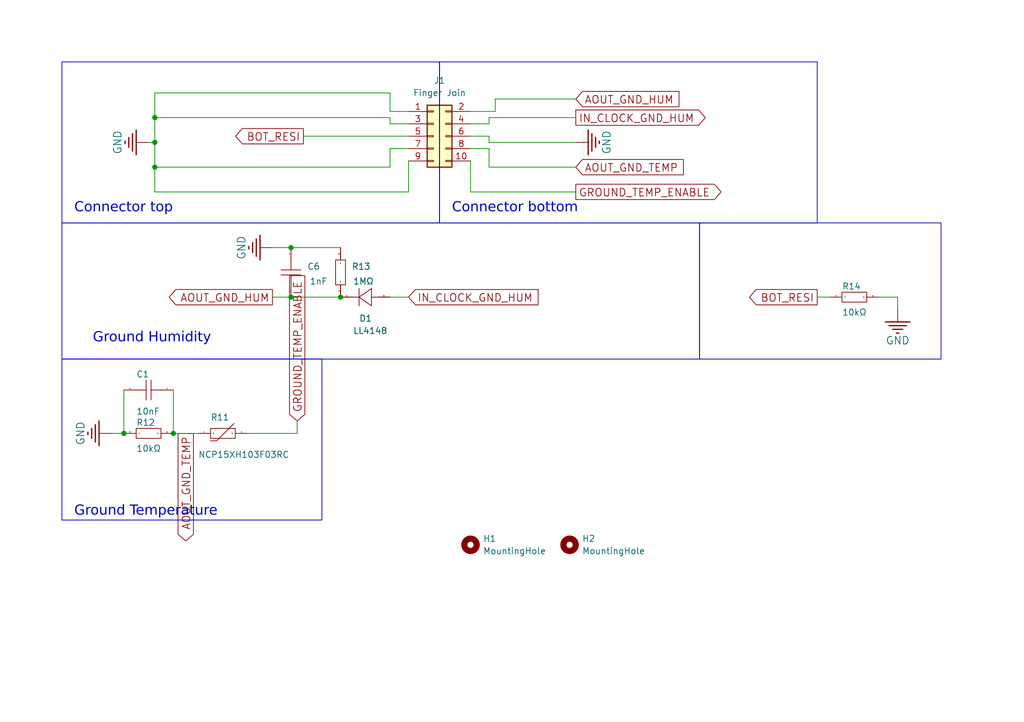
<source format=kicad_sch>
(kicad_sch (version 20250114) (generator "eeschema") (generator_version "9.0")
  (paper "User" 210.058 148.082)
  (lib_symbols
    (symbol "Connector_Generic:Conn_02x05_Odd_Even" (pin_names (offset 1.016) (hide yes))
      (property "Reference" "J" (at 1.27 7.62 0))
      (property "Value" "Conn_02x05_Odd_Even" (at 1.27 -7.62 0))
      (symbol "Conn_02x05_Odd_Even_1_1"
        (rectangle (start -1.27 6.35) (end 3.81 -6.35) (stroke (width 0.254)) (fill (type background)))
        (rectangle (start -1.27 5.207) (end 0 4.953) (stroke (width 0.1524)))
        (rectangle (start -1.27 2.667) (end 0 2.413) (stroke (width 0.1524)))
        (rectangle (start -1.27 0.127) (end 0 -0.127) (stroke (width 0.1524)))
        (rectangle (start -1.27 -2.413) (end 0 -2.667) (stroke (width 0.1524)))
        (rectangle (start -1.27 -4.953) (end 0 -5.207) (stroke (width 0.1524)))
        (rectangle (start 3.81 5.207) (end 2.54 4.953) (stroke (width 0.1524)))
        (rectangle (start 3.81 2.667) (end 2.54 2.413) (stroke (width 0.1524)))
        (rectangle (start 3.81 0.127) (end 2.54 -0.127) (stroke (width 0.1524)))
        (rectangle (start 3.81 -2.413) (end 2.54 -2.667) (stroke (width 0.1524)))
        (rectangle (start 3.81 -4.953) (end 2.54 -5.207) (stroke (width 0.1524)))
        (pin passive line (at -5.08 5.08 0) (length 3.81) (name "Pin_1") (number "1"))
        (pin passive line (at -5.08 2.54 0) (length 3.81) (name "Pin_3") (number "3"))
        (pin passive line (at -5.08 0 0) (length 3.81) (name "Pin_5") (number "5"))
        (pin passive line (at -5.08 -2.54 0) (length 3.81) (name "Pin_7") (number "7"))
        (pin passive line (at -5.08 -5.08 0) (length 3.81) (name "Pin_9") (number "9"))
        (pin passive line (at 7.62 5.08 180) (length 3.81) (name "Pin_2") (number "2"))
        (pin passive line (at 7.62 2.54 180) (length 3.81) (name "Pin_4") (number "4"))
        (pin passive line (at 7.62 0 180) (length 3.81) (name "Pin_6") (number "6"))
        (pin passive line (at 7.62 -2.54 180) (length 3.81) (name "Pin_8") (number "8"))
        (pin passive line (at 7.62 -5.08 180) (length 3.81) (name "Pin_10") (number "10"))
      )
    )
    (symbol "Mechanical:MountingHole" (pin_names (offset 1.016)) (in_bom no)
      (property "Reference" "H" (at 0 5.08 0))
      (property "Value" "MountingHole" (at 0 3.175 0))
      (symbol "MountingHole_0_1"
        (circle (center 0 0) (radius 1.27) (stroke (width 1.27)))
      )
    )
    (symbol "ProDoc_Gro-easyedapro:CAP"
      (symbol "CAP_1_0"
        (polyline (pts (xy -2.54 0) (xy -0.508 0)))
        (polyline (pts (xy -0.508 -2.032) (xy -0.508 2.032)))
        (polyline (pts (xy 0.508 2.032) (xy 0.508 -2.032)))
        (polyline (pts (xy 0.508 0) (xy 2.54 0)))
        (pin input line (at -5.08 0 0) (length 2.54) (name "2") (number "2"))
        (pin input line (at 5.08 0 180) (length 2.54) (name "1") (number "1"))
      )
    )
    (symbol "ProDoc_Gro-easyedapro:D_1N4007"
      (symbol "D_1N4007_1_0"
        (polyline (pts (xy -1.27 1.778) (xy -1.27 -1.778)))
        (polyline (pts (xy -1.27 0) (xy -2.54 0)))
        (polyline (pts (xy 1.27 1.778) (xy -1.27 0) (xy 1.27 -1.778) (xy 1.27 1.778)))
        (polyline (pts (xy 2.54 0) (xy 1.27 0)))
        (pin input line (at -5.08 0 0) (length 2.54) (name "K") (number "1"))
        (pin input line (at 5.08 0 180) (length 2.54) (name "A") (number "2"))
      )
    )
    (symbol "ProDoc_Gro-easyedapro:Ground-GND" (power) (pin_numbers (hide yes)) (pin_names (hide yes))
      (property "Value" "GND" (at 0 -6.35 0))
      (symbol "Ground-GND_1_0"
        (polyline (pts (xy -2.54 -2.54) (xy 2.54 -2.54)) (stroke (width 0.254)))
        (polyline (pts (xy -1.778 -3.302) (xy 1.778 -3.302)) (stroke (width 0.254)))
        (polyline (pts (xy -1.016 -4.064) (xy 1.016 -4.064)) (stroke (width 0.254)))
        (polyline (pts (xy -0.254 -4.826) (xy 0.254 -4.826)) (stroke (width 0.254)))
        (pin power_in line (at 0 0 270) (length 2.54) (name "") (number "1"))
      )
    )
    (symbol "ProDoc_Gro-easyedapro:NCP15XH103F03RC"
      (property "Reference" "R" (at 0 0 0))
      (symbol "NCP15XH103F03RC_1_0"
        (rectangle (start -2.54 -1.016) (end 2.54 1.016))
        (polyline (pts (xy -2.54 -1.524) (xy -1.27 -1.524) (xy -1.27 -1.524) (xy 2.286 2.032)))
        (pin input line (at -5.08 0 0) (length 2.54) (name "1") (number "1"))
        (pin input line (at 5.08 0 180) (length 2.54) (name "2") (number "2"))
      )
    )
    (symbol "ProDoc_Gro-easyedapro:Res"
      (symbol "Res_1_0"
        (rectangle (start -2.54 1.016) (end 2.54 -1.016))
        (pin input line (at -5.08 0 0) (length 2.54) (name "1") (number "1"))
        (pin input line (at 5.08 0 180) (length 2.54) (name "2") (number "2"))
      )
    )
  )
  (rectangle (start 90.17 12.7) (end 167.64 45.72))
  (rectangle (start 12.7 12.7) (end 90.17 45.72))
  (rectangle (start 143.51 45.72) (end 193.04 73.66))
  (rectangle (start 12.7 73.66) (end 66.04 106.68))
  (rectangle (start 12.7 45.72) (end 143.51 73.66))
  (text "Ground Temperature" (at 15.24 106.68 0) (effects (font (size 2.032 2.032)) (justify left bottom)))
  (text "Connector top" (at 15.24 44.45 0) (effects (font (size 2.032 2.032)) (justify left bottom)))
  (text "Connector bottom" (at 92.71 44.45 0) (effects (font (size 2.032 2.032)) (justify left bottom)))
  (text "Ground Humidity" (at 19.05 71.12 0) (effects (font (size 2.032 2.032)) (justify left bottom)))
  (junction (at 35.56 88.9))
  (junction (at 31.75 24.13))
  (junction (at 69.85 60.96))
  (junction (at 59.69 60.96))
  (junction (at 31.75 29.21))
  (junction (at 25.4 88.9))
  (junction (at 59.69 50.8))
  (junction (at 31.75 34.29))
  (wire (pts (xy 101.6 22.86) (xy 101.6 20.32)))
  (wire (pts (xy 80.01 34.29) (xy 80.01 30.48)))
  (wire (pts (xy 60.96 88.9) (xy 60.96 86.36)))
  (wire (pts (xy 96.52 30.48) (xy 100.33 30.48)))
  (wire (pts (xy 96.52 39.37) (xy 118.11 39.37)))
  (wire (pts (xy 100.33 24.13) (xy 100.33 25.4)))
  (wire (pts (xy 25.4 88.9) (xy 22.86 88.9)))
  (wire (pts (xy 101.6 20.32) (xy 118.11 20.32)))
  (wire (pts (xy 80.01 30.48) (xy 83.82 30.48)))
  (wire (pts (xy 31.75 29.21) (xy 31.75 24.13)))
  (wire (pts (xy 100.33 25.4) (xy 96.52 25.4)))
  (wire (pts (xy 31.75 24.13) (xy 80.01 24.13)))
  (wire (pts (xy 184.15 60.96) (xy 184.15 63.5)))
  (wire (pts (xy 31.75 24.13) (xy 31.75 19.05)))
  (wire (pts (xy 100.33 30.48) (xy 100.33 34.29)))
  (wire (pts (xy 80.01 22.86) (xy 80.01 19.05)))
  (wire (pts (xy 96.52 33.02) (xy 96.52 39.37)))
  (wire (pts (xy 83.82 60.96) (xy 80.01 60.96)))
  (wire (pts (xy 83.82 39.37) (xy 83.82 33.02)))
  (wire (pts (xy 31.75 39.37) (xy 83.82 39.37)))
  (wire (pts (xy 35.56 88.9) (xy 40.64 88.9)))
  (wire (pts (xy 96.52 27.94) (xy 100.33 27.94)))
  (wire (pts (xy 80.01 25.4) (xy 83.82 25.4)))
  (wire (pts (xy 59.69 50.8) (xy 55.88 50.8)))
  (wire (pts (xy 35.56 88.9) (xy 35.56 80.01)))
  (wire (pts (xy 100.33 29.21) (xy 118.11 29.21)))
  (wire (pts (xy 31.75 19.05) (xy 80.01 19.05)))
  (wire (pts (xy 60.96 88.9) (xy 50.8 88.9)))
  (wire (pts (xy 96.52 22.86) (xy 101.6 22.86)))
  (wire (pts (xy 100.33 24.13) (xy 118.11 24.13)))
  (wire (pts (xy 100.33 27.94) (xy 100.33 29.21)))
  (wire (pts (xy 80.01 22.86) (xy 83.82 22.86)))
  (wire (pts (xy 59.69 60.96) (xy 55.88 60.96)))
  (wire (pts (xy 59.69 50.8) (xy 69.85 50.8)))
  (wire (pts (xy 59.69 60.96) (xy 69.85 60.96)))
  (wire (pts (xy 31.75 39.37) (xy 31.75 34.29)))
  (wire (pts (xy 170.18 60.96) (xy 167.64 60.96)))
  (wire (pts (xy 80.01 25.4) (xy 80.01 24.13)))
  (wire (pts (xy 100.33 34.29) (xy 118.11 34.29)))
  (wire (pts (xy 180.34 60.96) (xy 184.15 60.96)))
  (wire (pts (xy 25.4 88.9) (xy 25.4 80.01)))
  (wire (pts (xy 31.75 34.29) (xy 31.75 29.21)))
  (wire (pts (xy 31.75 34.29) (xy 80.01 34.29)))
  (wire (pts (xy 83.82 27.94) (xy 62.23 27.94)))
  (wire (pts (xy 30.48 29.21) (xy 31.75 29.21)))
  (global_label "BOT_RESI" (shape output) (at 167.64 60.96 180) (effects (font (size 1.5748 1.5748))) (property "Intersheetrefs" "${INTERSHEET_REFS}" (effects (hide yes))))
  (global_label "AOUT_GND_HUM" (shape output) (at 55.88 60.96 180) (effects (font (size 1.5748 1.5748))) (property "Intersheetrefs" "${INTERSHEET_REFS}" (effects (hide yes))))
  (global_label "BOT_RESI" (shape output) (at 62.23 27.94 180) (effects (font (size 1.5748 1.5748))) (property "Intersheetrefs" "${INTERSHEET_REFS}" (effects (hide yes))))
  (global_label "AOUT_GND_TEMP" (shape input) (at 118.11 34.29 0) (effects (font (size 1.5748 1.5748))) (property "Intersheetrefs" "${INTERSHEET_REFS}" (effects (hide yes))))
  (global_label "IN_CLOCK_GND_HUM" (shape output) (at 118.11 24.13 0) (effects (font (size 1.5748 1.5748))) (property "Intersheetrefs" "${INTERSHEET_REFS}" (effects (hide yes))))
  (global_label "GROUND_TEMP_ENABLE" (shape output) (at 118.11 39.37 0) (effects (font (size 1.5748 1.5748))) (property "Intersheetrefs" "${INTERSHEET_REFS}" (effects (hide yes))))
  (global_label "AOUT_GND_HUM" (shape input) (at 118.11 20.32 0) (effects (font (size 1.5748 1.5748))) (property "Intersheetrefs" "${INTERSHEET_REFS}" (effects (hide yes))))
  (global_label "GROUND_TEMP_ENABLE" (shape input) (at 60.96 86.36 90) (effects (font (size 1.5748 1.5748))) (property "Intersheetrefs" "${INTERSHEET_REFS}" (effects (hide yes))))
  (global_label "IN_CLOCK_GND_HUM" (shape input) (at 83.82 60.96 0) (effects (font (size 1.5748 1.5748))) (property "Intersheetrefs" "${INTERSHEET_REFS}" (effects (hide yes))))
  (global_label "AOUT_GND_TEMP" (shape output) (at 38.1 88.9 270) (effects (font (size 1.5748 1.5748))) (property "Intersheetrefs" "${INTERSHEET_REFS}" (effects (hide yes))))
  (symbol (lib_id "ProDoc_Gro-easyedapro:Ground-GND") (at 22.86 88.9 270) (unit 1)
    (property "Reference" "#PWR0103" (effects (hide yes)))
    (property "Value" "GND" (at 16.51 88.9 0) (effects (font (size 1.5748 1.5748))))
    (property "Footprint" "ProDoc_Gro-easyedapro:" (effects (hide yes)))
  )
  (symbol (lib_id "Connector_Generic:Conn_02x05_Odd_Even") (at 88.9 27.94 0) (unit 1)
    (property "Reference" "J1" (at 90.17 16.51 0))
    (property "Value" "Finger Join" (at 90.17 19.05 0))
    (property "Footprint" "Connector_PCBEdge:Edge_Finger_5P" (effects (hide yes)))
    (property "Description" "Generic connector, double row, 02x05, odd/even pin numbering scheme (row 1 odd numbers, row 2 even numbers), script generated (kicad-library-utils/schlib/autogen/connector/)" (effects (hide yes)))
  )
  (symbol (lib_id "ProDoc_Gro-easyedapro:D_1N4007") (at 74.93 60.96 0) (unit 1)
    (property "Reference" "D1" (at 73.66 66.04 0) (effects (justify left bottom)))
    (property "Value" "LL4148" (at 72.39 68.58 0) (effects (justify left bottom)))
    (property "Footprint" "Diode_SMD:D_MiniMELF" (effects (hide yes)))
    (property "Datasheet" "https://atta.szlcsc.com/upload/public/pdf/source/20220513/AD25F6E9AB017461977317CD0F039FBB.pdf" (effects (hide yes)))
    (property "Description" "Power Dissipation: Reverse Voltage (Vr): Average Rectified Current (Io): Forward Voltage (Vf@If):1V@10mA Reverse Leakage Current:5uA@75V Reverse Recovery Time (trr): Operating Temperature:-65℃~+175℃@(Tj) Operating Temperature:-65℃~+175℃@(Tj)" (effects (hide yes)))
    (property "Manufacturer Part" "LL4148" (effects (hide yes)))
    (property "Manufacturer" "JUXING(钜兴)" (effects (hide yes)))
    (property "Supplier Part" "C3011166" (effects (hide yes)))
    (property "Supplier" "LCSC" (effects (hide yes)))
    (property "LCSC Part Name" "75V 200mA 4ns" (effects (hide yes)))
  )
  (symbol (lib_id "ProDoc_Gro-easyedapro:Ground-GND") (at 184.15 63.5 0) (unit 1)
    (property "Reference" "#PWR0102" (effects (hide yes)))
    (property "Value" "GND" (at 184.15 69.85 0) (effects (font (size 1.5748 1.5748))))
    (property "Footprint" "ProDoc_Gro-easyedapro:" (effects (hide yes)))
  )
  (symbol (lib_id "Mechanical:MountingHole") (at 116.84 111.76 0) (unit 1) (in_bom no)
    (property "Reference" "H2" (at 119.38 110.4899 0) (effects (justify left)))
    (property "Value" "MountingHole" (at 119.38 113.0299 0) (effects (justify left)))
    (property "Footprint" "MountingHole:MountingHole_3.2mm_M3" (effects (hide yes)))
    (property "Description" "Mounting Hole without connection" (effects (hide yes)))
  )
  (symbol (lib_id "ProDoc_Gro-easyedapro:CAP") (at 59.69 55.88 90) (unit 1)
    (property "Reference" "C6" (at 62.992 55.3974 90) (effects (justify right top)))
    (property "Value" "1nF" (at 63.5 58.4454 90) (effects (justify right top)))
    (property "Footprint" "Capacitor_SMD:C_0603_1608Metric" (effects (hide yes)))
    (property "Datasheet" "https://atta.szlcsc.com/upload/public/pdf/source/20170420/1492670664651.pdf" (effects (hide yes)))
    (property "Description" "Capacitance: Tolerance:±10% Tolerance:±10% Voltage Rated: Temperature Coefficient:" (effects (hide yes)))
    (property "Manufacturer Part" "CC0603KRX7R9BB102" (effects (hide yes)))
    (property "Manufacturer" "YAGEO(国巨)" (effects (hide yes)))
    (property "Supplier Part" "C100040" (effects (hide yes)))
    (property "Supplier" "LCSC" (effects (hide yes)))
    (property "LCSC Part Name" "1nF ±10% 50V" (effects (hide yes)))
  )
  (symbol (lib_id "ProDoc_Gro-easyedapro:Ground-GND") (at 30.48 29.21 270) (unit 1)
    (property "Reference" "#PWR0104" (effects (hide yes)))
    (property "Value" "GND" (at 24.13 29.21 0) (effects (font (size 1.5748 1.5748))))
    (property "Footprint" "ProDoc_Gro-easyedapro:" (effects (hide yes)))
  )
  (symbol (lib_id "ProDoc_Gro-easyedapro:Res") (at 175.26 60.96 0) (unit 1)
    (property "Reference" "R14" (at 172.72 59.4614 0) (effects (justify left bottom)))
    (property "Value" "10kΩ" (at 172.72 64.7954 0) (effects (justify left bottom)))
    (property "Footprint" "Resistor_SMD:R_0603_1608Metric" (effects (hide yes)))
    (property "Datasheet" "https://atta.szlcsc.com/upload/public/pdf/source/20200306/C422600_1E6D84923E4A46A82E41ADD87F860B5C.pdf" (effects (hide yes)))
    (property "Description" "Type:Thick Film Resistors Resistance: Tolerance:±1% Tolerance:±1% Power(Watts): Temperature Coefficient:±100ppm/℃ Temperature Coefficient:±100ppm/℃ Overload Voltage (Max): Operating Temperature Range:-55℃~+155℃ Operating Temperature Range:-55℃~+155℃" (effects (hide yes)))
    (property "Manufacturer Part" "0603WAF1002T5E" (effects (hide yes)))
    (property "Manufacturer" "UNI-ROYAL(厚声)" (effects (hide yes)))
    (property "Supplier Part" "C25804" (effects (hide yes)))
    (property "Supplier" "LCSC" (effects (hide yes)))
    (property "LCSC Part Name" "厚膜电阻 10kΩ ±1% 100mW" (effects (hide yes)))
  )
  (symbol (lib_id "ProDoc_Gro-easyedapro:Res") (at 69.85 55.88 90) (unit 1)
    (property "Reference" "R13" (at 72.136 55.3974 90) (effects (justify right top)))
    (property "Value" "1MΩ" (at 72.39 58.4454 90) (effects (justify right top)))
    (property "Footprint" "Resistor_SMD:R_0603_1608Metric" (effects (hide yes)))
    (property "Datasheet" "https://atta.szlcsc.com/upload/public/pdf/source/20200306/C422600_1E6D84923E4A46A82E41ADD87F860B5C.pdf" (effects (hide yes)))
    (property "Description" "Type:Thick Film Resistors Resistance: Tolerance:±1% Tolerance:±1% Power(Watts): Temperature Coefficient:±100ppm/℃ Temperature Coefficient:±100ppm/℃ Overload Voltage (Max): Operating Temperature Range:-55℃~+155℃ Operating Temperature Range:-55℃~+155℃" (effects (hide yes)))
    (property "Manufacturer Part" "0603WAF1004T5E" (effects (hide yes)))
    (property "Manufacturer" "UNI-ROYAL(厚声)" (effects (hide yes)))
    (property "Supplier Part" "C22935" (effects (hide yes)))
    (property "Supplier" "LCSC" (effects (hide yes)))
    (property "LCSC Part Name" "1MΩ ±1% 100mW" (effects (hide yes)))
  )
  (symbol (lib_id "ProDoc_Gro-easyedapro:Ground-GND") (at 55.88 50.8 270) (unit 1)
    (property "Reference" "#PWR0105" (effects (hide yes)))
    (property "Value" "GND" (at 49.53 50.8 0) (effects (font (size 1.5748 1.5748))))
    (property "Footprint" "ProDoc_Gro-easyedapro:" (effects (hide yes)))
  )
  (symbol (lib_id "ProDoc_Gro-easyedapro:NCP15XH103F03RC") (at 45.72 88.9 0) (unit 1)
    (property "Reference" "R11" (at 43.18 86.3346 0) (effects (justify left bottom)))
    (property "Value" "NCP15XH103F03RC" (at 40.64 93.98 0) (effects (justify left bottom)))
    (property "Footprint" "Resistor_SMD:R_0402_1005Metric" (effects (hide yes)))
    (property "Datasheet" "https://atta.szlcsc.com/upload/public/pdf/source/20161024/1477288428169.pdf" (effects (hide yes)))
    (property "Description" "Resistance @ 25°C: Resistance Tolerance: B Constant Tolerance: B Constant (25°C/50°C): Power: Steady State Current (Max):0.31mA B Constant (25°C/75°C):- B Constant (25°C/85°C):3334K B Constant (25°C/100°C):3455K Operating Temperature:-40°C~+125°C Operating Temperatu" (effects (hide yes)))
    (property "Manufacturer Part" "NCP15XH103F03RC" (effects (hide yes)))
    (property "Manufacturer" "muRata(村田)" (effects (hide yes)))
    (property "Supplier Part" "C77131" (effects (hide yes)))
    (property "Supplier" "LCSC" (effects (hide yes)))
    (property "LCSC Part Name" "10kΩ 电阻精度:±1% 3380K" (effects (hide yes)))
  )
  (symbol (lib_id "ProDoc_Gro-easyedapro:CAP") (at 30.48 80.01 0) (unit 1)
    (property "Reference" "C1" (at 27.94 77.4954 0) (effects (justify left bottom)))
    (property "Value" "10nF" (at 27.94 85.1154 0) (effects (justify left bottom)))
    (property "Footprint" "Capacitor_SMD:C_0603_1608Metric" (effects (hide yes)))
    (property "Datasheet" "https://atta.szlcsc.com/upload/public/pdf/source/20180326/C100042_E8B0111D51DE3671A0A4A59FBCEFE81C.pdf" (effects (hide yes)))
    (property "Description" "Capacitance: Tolerance:±10% Tolerance:±10% Voltage Rated: Temperature Coefficient:" (effects (hide yes)))
    (property "Manufacturer Part" "CC0603KRX7R9BB103" (effects (hide yes)))
    (property "Manufacturer" "YAGEO(国巨)" (effects (hide yes)))
    (property "Supplier Part" "C100042" (effects (hide yes)))
    (property "Supplier" "LCSC" (effects (hide yes)))
    (property "LCSC Part Name" "10nF ±10% 50V" (effects (hide yes)))
  )
  (symbol (lib_id "ProDoc_Gro-easyedapro:Res") (at 30.48 88.9 0) (unit 1)
    (property "Reference" "R12" (at 27.94 87.4014 0) (effects (justify left bottom)))
    (property "Value" "10kΩ" (at 27.94 92.7354 0) (effects (justify left bottom)))
    (property "Footprint" "Resistor_SMD:R_0603_1608Metric" (effects (hide yes)))
    (property "Datasheet" "https://atta.szlcsc.com/upload/public/pdf/source/20200306/C422600_1E6D84923E4A46A82E41ADD87F860B5C.pdf" (effects (hide yes)))
    (property "Description" "Type:Thick Film Resistors Resistance: Tolerance:±1% Tolerance:±1% Power(Watts): Temperature Coefficient:±100ppm/℃ Temperature Coefficient:±100ppm/℃ Overload Voltage (Max): Operating Temperature Range:-55℃~+155℃ Operating Temperature Range:-55℃~+155℃" (effects (hide yes)))
    (property "Manufacturer Part" "0603WAF1002T5E" (effects (hide yes)))
    (property "Manufacturer" "UNI-ROYAL(厚声)" (effects (hide yes)))
    (property "Supplier Part" "C25804" (effects (hide yes)))
    (property "Supplier" "LCSC" (effects (hide yes)))
    (property "LCSC Part Name" "厚膜电阻 10kΩ ±1% 100mW" (effects (hide yes)))
  )
  (symbol (lib_id "Mechanical:MountingHole") (at 96.52 111.76 0) (unit 1) (in_bom no)
    (property "Reference" "H1" (at 99.06 110.4899 0) (effects (justify left)))
    (property "Value" "MountingHole" (at 99.06 113.0299 0) (effects (justify left)))
    (property "Footprint" "MountingHole:MountingHole_3.2mm_M3" (effects (hide yes)))
    (property "Description" "Mounting Hole without connection" (effects (hide yes)))
  )
  (symbol (lib_id "ProDoc_Gro-easyedapro:Ground-GND") (at 118.11 29.21 90) (mirror x) (unit 1)
    (property "Reference" "#PWR0101" (effects (hide yes)))
    (property "Value" "GND" (at 124.46 29.21 0) (effects (font (size 1.5748 1.5748))))
    (property "Footprint" "ProDoc_Gro-easyedapro:" (effects (hide yes)))
  )
)
</source>
